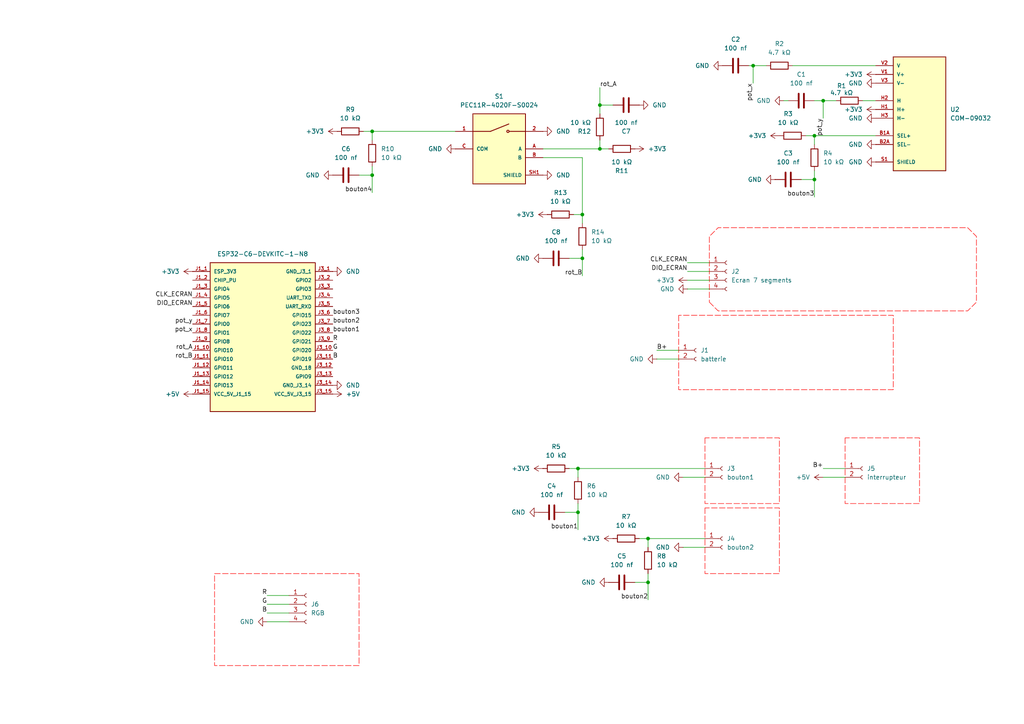
<source format=kicad_sch>
(kicad_sch (version 20250114) (generator "eeschema") (generator_version "9.0")
  (paper "A4")
  (lib_symbols
    (symbol "COM-09032:COM-09032" (pin_names (offset 1.016))
      (property "Reference" "U" (at -7.62 16.002 0))
      (property "Value" "COM-09032" (at -7.62 -20.32 0))
      (symbol "COM-09032_0_0"
        (rectangle (start -7.62 -17.78) (end 7.62 15.24) (stroke (width 0.254)) (fill (type background)))
        (pin passive line (at -12.7 12.7 0) (length 5.08) (name "V") (number "V2"))
        (pin passive line (at -12.7 10.16 0) (length 5.08) (name "V+") (number "V1"))
        (pin passive line (at -12.7 7.62 0) (length 5.08) (name "V-") (number "V3"))
        (pin passive line (at -12.7 2.54 0) (length 5.08) (name "H") (number "H2"))
        (pin passive line (at -12.7 0 0) (length 5.08) (name "H+") (number "H1"))
        (pin passive line (at -12.7 -2.54 0) (length 5.08) (name "H-") (number "H3"))
        (pin passive line (at -12.7 -7.62 0) (length 5.08) (name "SEL+") (number "B1A"))
        (pin passive line (at -12.7 -10.16 0) (length 5.08) (name "SEL-") (number "B2A"))
        (pin passive line (at -12.7 -15.24 0) (length 5.08) (name "SHIELD") (number "S1"))
        (pin passive line (at -12.7 -15.24 0) (length 5.08) (hide yes) (name "SHIELD") (number "S2"))
        (pin passive line (at -12.7 -15.24 0) (length 5.08) (hide yes) (name "SHIELD") (number "S3"))
        (pin passive line (at -12.7 -15.24 0) (length 5.08) (hide yes) (name "SHIELD") (number "S4"))
      )
    )
    (symbol "Connector:Conn_01x02_Socket" (pin_names (offset 1.016) (hide yes))
      (property "Reference" "J" (at 0 2.54 0))
      (property "Value" "Conn_01x02_Socket" (at 0 -5.08 0))
      (symbol "Conn_01x02_Socket_1_1"
        (polyline (pts (xy -1.27 0) (xy -0.508 0)) (stroke (width 0.1524)))
        (polyline (pts (xy -1.27 -2.54) (xy -0.508 -2.54)) (stroke (width 0.1524)))
        (arc (start 0 -0.508) (mid -0.5058 0) (end 0 0.508) (stroke (width 0.1524)))
        (arc (start 0 -3.048) (mid -0.5058 -2.54) (end 0 -2.032) (stroke (width 0.1524)))
        (pin passive line (at -5.08 0 0) (length 3.81) (name "Pin_1") (number "1"))
        (pin passive line (at -5.08 -2.54 0) (length 3.81) (name "Pin_2") (number "2"))
      )
    )
    (symbol "Connector:Conn_01x04_Socket" (pin_names (offset 1.016) (hide yes))
      (property "Reference" "J" (at 0 5.08 0))
      (property "Value" "Conn_01x04_Socket" (at 0 -7.62 0))
      (symbol "Conn_01x04_Socket_1_1"
        (polyline (pts (xy -1.27 2.54) (xy -0.508 2.54)) (stroke (width 0.1524)))
        (polyline (pts (xy -1.27 0) (xy -0.508 0)) (stroke (width 0.1524)))
        (polyline (pts (xy -1.27 -2.54) (xy -0.508 -2.54)) (stroke (width 0.1524)))
        (polyline (pts (xy -1.27 -5.08) (xy -0.508 -5.08)) (stroke (width 0.1524)))
        (arc (start 0 2.032) (mid -0.5058 2.54) (end 0 3.048) (stroke (width 0.1524)))
        (arc (start 0 -0.508) (mid -0.5058 0) (end 0 0.508) (stroke (width 0.1524)))
        (arc (start 0 -3.048) (mid -0.5058 -2.54) (end 0 -2.032) (stroke (width 0.1524)))
        (arc (start 0 -5.588) (mid -0.5058 -5.08) (end 0 -4.572) (stroke (width 0.1524)))
        (pin passive line (at -5.08 2.54 0) (length 3.81) (name "Pin_1") (number "1"))
        (pin passive line (at -5.08 0 0) (length 3.81) (name "Pin_2") (number "2"))
        (pin passive line (at -5.08 -2.54 0) (length 3.81) (name "Pin_3") (number "3"))
        (pin passive line (at -5.08 -5.08 0) (length 3.81) (name "Pin_4") (number "4"))
      )
    )
    (symbol "Device:C" (pin_numbers (hide yes)) (pin_names (offset 0.254))
      (property "Reference" "C" (at 0.635 2.54 0))
      (property "Value" "C" (at 0.635 -2.54 0))
      (symbol "C_0_1"
        (polyline (pts (xy -2.032 0.762) (xy 2.032 0.762)) (stroke (width 0.508)))
        (polyline (pts (xy -2.032 -0.762) (xy 2.032 -0.762)) (stroke (width 0.508)))
      )
      (symbol "C_1_1"
        (pin passive line (at 0 3.81 270) (length 2.794) (name "~") (number "1"))
        (pin passive line (at 0 -3.81 90) (length 2.794) (name "~") (number "2"))
      )
    )
    (symbol "Device:R" (pin_numbers (hide yes)) (pin_names (offset 0))
      (property "Reference" "R" (at 2.032 0 90))
      (property "Value" "R" (at 0 0 90))
      (symbol "R_0_1"
        (rectangle (start -1.016 -2.54) (end 1.016 2.54) (stroke (width 0.254)))
      )
      (symbol "R_1_1"
        (pin passive line (at 0 3.81 270) (length 1.27) (name "~") (number "1"))
        (pin passive line (at 0 -3.81 90) (length 1.27) (name "~") (number "2"))
      )
    )
    (symbol "ESP32-C6-DEVKITC-1-N8:ESP32-C6-DEVKITC-1-N8" (pin_names (offset 1.016))
      (property "Value" "ESP32-C6-DEVKITC-1-N8" (at -15.24 -22.86 0))
      (symbol "ESP32-C6-DEVKITC-1-N8_0_0"
        (pin power_in line (at -20.32 20.32 0) (length 5.08) (name "ESP_3V3") (number "J1_1"))
        (pin input line (at -20.32 17.78 0) (length 5.08) (name "CHIP_PU") (number "J1_2"))
        (pin bidirectional line (at -20.32 15.24 0) (length 5.08) (name "GPIO4") (number "J1_3"))
        (pin bidirectional line (at -20.32 12.7 0) (length 5.08) (name "GPIO5") (number "J1_4"))
        (pin bidirectional line (at -20.32 10.16 0) (length 5.08) (name "GPIO6") (number "J1_5"))
        (pin bidirectional line (at -20.32 7.62 0) (length 5.08) (name "GPIO7") (number "J1_6"))
        (pin bidirectional line (at -20.32 5.08 0) (length 5.08) (name "GPIO0") (number "J1_7"))
        (pin bidirectional line (at -20.32 0 0) (length 5.08) (name "GPIO8") (number "J1_9"))
        (pin power_in line (at 20.32 20.32 180) (length 5.08) (name "GND_J3_1") (number "J3_1"))
      )
      (symbol "ESP32-C6-DEVKITC-1-N8_1_0"
        (rectangle (start -15.24 22.86) (end 15.24 -20.32) (stroke (width 0.254)) (fill (type background)))
        (pin bidirectional line (at -20.32 2.54 0) (length 5.08) (name "GPIO1") (number "J1_8"))
        (pin bidirectional line (at -20.32 -2.54 0) (length 5.08) (name "GPIO10") (number "J1_10"))
        (pin bidirectional line (at -20.32 -5.08 0) (length 5.08) (name "GPIO10") (number "J1_11"))
        (pin bidirectional line (at -20.32 -7.62 0) (length 5.08) (name "GPIO11") (number "J1_12"))
        (pin bidirectional line (at -20.32 -10.16 0) (length 5.08) (name "GPIO12") (number "J1_13"))
        (pin bidirectional line (at -20.32 -12.7 0) (length 5.08) (name "GPIO13") (number "J1_14"))
        (pin power_in line (at -20.32 -15.24 0) (length 5.08) (name "VCC_5V_J1_15") (number "J1_15"))
        (pin bidirectional line (at 20.32 17.78 180) (length 5.08) (name "GPIO2") (number "J3_2"))
        (pin bidirectional line (at 20.32 15.24 180) (length 5.08) (name "GPIO3") (number "J3_3"))
        (pin bidirectional line (at 20.32 12.7 180) (length 5.08) (name "UART_TXD") (number "J3_4"))
        (pin bidirectional line (at 20.32 10.16 180) (length 5.08) (name "UART_RXD") (number "J3_5"))
        (pin bidirectional line (at 20.32 7.62 180) (length 5.08) (name "GPIO15") (number "J3_6"))
        (pin bidirectional line (at 20.32 5.08 180) (length 5.08) (name "GPIO23") (number "J3_7"))
        (pin bidirectional line (at 20.32 2.54 180) (length 5.08) (name "GPIO22") (number "J3_8"))
        (pin bidirectional line (at 20.32 0 180) (length 5.08) (name "GPIO21") (number "J3_9"))
        (pin bidirectional line (at 20.32 -2.54 180) (length 5.08) (name "GPIO20") (number "J3_10"))
        (pin bidirectional line (at 20.32 -5.08 180) (length 5.08) (name "GPIO19") (number "J3_11"))
        (pin bidirectional line (at 20.32 -7.62 180) (length 5.08) (name "GND_18") (number "J3_12"))
        (pin bidirectional line (at 20.32 -10.16 180) (length 5.08) (name "GPIO9") (number "J3_13"))
        (pin power_in line (at 20.32 -12.7 180) (length 5.08) (name "GND_J3_14") (number "J3_14"))
        (pin power_in line (at 20.32 -15.24 180) (length 5.08) (name "VCC_5V_J3_15") (number "J3_15"))
      )
    )
    (symbol "PEC11R-4020F-S0024:PEC11R-4020F-S0024" (pin_names (offset 1.016))
      (property "Reference" "S" (at -7.62 10.922 0))
      (property "Value" "PEC11R-4020F-S0024" (at -7.62 -12.7 0))
      (symbol "PEC11R-4020F-S0024_0_0"
        (rectangle (start -7.62 -10.16) (end 7.62 10.16) (stroke (width 0.254)) (fill (type background)))
        (polyline (pts (xy -2.54 5.08) (xy -7.62 5.08)) (stroke (width 0.254)))
        (polyline (pts (xy -2.54 5.08) (xy 2.794 7.2136)) (stroke (width 0.254)))
        (circle (center 2.54 5.08) (radius 0.3302) (stroke (width 0.254)))
        (polyline (pts (xy 7.62 5.08) (xy 2.921 5.08)) (stroke (width 0.254)))
        (pin passive line (at -12.7 5.08 0) (length 5.08) (name "~") (number "1"))
        (pin passive line (at -12.7 0 0) (length 5.08) (name "COM") (number "C"))
        (pin passive line (at 12.7 5.08 180) (length 5.08) (name "~") (number "2"))
        (pin passive line (at 12.7 0 180) (length 5.08) (name "A") (number "A"))
        (pin passive line (at 12.7 -2.54 180) (length 5.08) (name "B") (number "B"))
        (pin passive line (at 12.7 -7.62 180) (length 5.08) (name "SHIELD") (number "SH1"))
        (pin passive line (at 12.7 -7.62 180) (length 5.08) (hide yes) (name "SHIELD") (number "SH2"))
      )
    )
    (symbol "power:+3V3" (power) (pin_numbers (hide yes)) (pin_names (offset 0) (hide yes))
      (property "Value" "+3V3" (at 0 3.556 0))
      (symbol "+3V3_0_1"
        (polyline (pts (xy -0.762 1.27) (xy 0 2.54)))
        (polyline (pts (xy 0 2.54) (xy 0.762 1.27)))
        (polyline (pts (xy 0 0) (xy 0 2.54)))
      )
      (symbol "+3V3_1_1"
        (pin power_in line (at 0 0 90) (length 0) (name "~") (number "1"))
      )
    )
    (symbol "power:+5V" (power) (pin_numbers (hide yes)) (pin_names (offset 0) (hide yes))
      (property "Value" "+5V" (at 0 3.556 0))
      (symbol "+5V_0_1"
        (polyline (pts (xy -0.762 1.27) (xy 0 2.54)))
        (polyline (pts (xy 0 2.54) (xy 0.762 1.27)))
        (polyline (pts (xy 0 0) (xy 0 2.54)))
      )
      (symbol "+5V_1_1"
        (pin power_in line (at 0 0 90) (length 0) (name "~") (number "1"))
      )
    )
    (symbol "power:GND" (power) (pin_numbers (hide yes)) (pin_names (offset 0) (hide yes))
      (property "Value" "GND" (at 0 -3.81 0))
      (symbol "GND_0_1"
        (polyline (pts (xy 0 0) (xy 0 -1.27) (xy 1.27 -1.27) (xy 0 -2.54) (xy -1.27 -1.27) (xy 0 -1.27)))
      )
      (symbol "GND_1_1"
        (pin power_in line (at 0 0 270) (length 0) (name "~") (number "1"))
      )
    )
  )
  (junction (at 236.22 52.07))
  (junction (at 218.44 19.05))
  (junction (at 168.91 62.23))
  (junction (at 238.76 29.21))
  (junction (at 107.95 50.8))
  (junction (at 173.99 30.48))
  (junction (at 167.64 148.59))
  (junction (at 107.95 38.1))
  (junction (at 236.22 39.37))
  (junction (at 168.91 74.93))
  (junction (at 187.96 156.21))
  (junction (at 167.64 135.89))
  (junction (at 187.96 168.91))
  (junction (at 173.99 43.18))
  (wire (pts (xy 173.99 40.64) (xy 173.99 43.18)))
  (wire (pts (xy 167.64 135.89) (xy 165.1 135.89)))
  (wire (pts (xy 199.39 78.74) (xy 205.74 78.74)))
  (wire (pts (xy 229.87 19.05) (xy 254 19.05)))
  (wire (pts (xy 184.15 168.91) (xy 187.96 168.91)))
  (wire (pts (xy 236.22 39.37) (xy 254 39.37)))
  (wire (pts (xy 198.12 138.43) (xy 204.47 138.43)))
  (wire (pts (xy 238.76 138.43) (xy 245.11 138.43)))
  (wire (pts (xy 218.44 19.05) (xy 222.25 19.05)))
  (wire (pts (xy 238.76 34.29) (xy 238.76 29.21)))
  (wire (pts (xy 190.5 104.14) (xy 196.85 104.14)))
  (wire (pts (xy 168.91 62.23) (xy 166.37 62.23)))
  (wire (pts (xy 168.91 45.72) (xy 168.91 62.23)))
  (wire (pts (xy 157.48 45.72) (xy 168.91 45.72)))
  (wire (pts (xy 168.91 74.93) (xy 168.91 72.39)))
  (wire (pts (xy 236.22 39.37) (xy 233.68 39.37)))
  (wire (pts (xy 187.96 158.75) (xy 187.96 156.21)))
  (wire (pts (xy 187.96 156.21) (xy 185.42 156.21)))
  (wire (pts (xy 250.19 29.21) (xy 254 29.21)))
  (wire (pts (xy 107.95 50.8) (xy 107.95 48.26)))
  (wire (pts (xy 104.14 50.8) (xy 107.95 50.8)))
  (wire (pts (xy 77.47 172.72) (xy 83.82 172.72)))
  (wire (pts (xy 238.76 29.21) (xy 242.57 29.21)))
  (wire (pts (xy 173.99 30.48) (xy 173.99 25.4)))
  (wire (pts (xy 238.76 135.89) (xy 245.11 135.89)))
  (wire (pts (xy 232.41 52.07) (xy 236.22 52.07)))
  (wire (pts (xy 187.96 168.91) (xy 187.96 166.37)))
  (wire (pts (xy 163.83 148.59) (xy 167.64 148.59)))
  (wire (pts (xy 157.48 43.18) (xy 173.99 43.18)))
  (wire (pts (xy 187.96 168.91) (xy 187.96 173.99)))
  (wire (pts (xy 199.39 83.82) (xy 205.74 83.82)))
  (wire (pts (xy 236.22 52.07) (xy 236.22 49.53)))
  (wire (pts (xy 199.39 81.28) (xy 205.74 81.28)))
  (wire (pts (xy 77.47 180.34) (xy 83.82 180.34)))
  (wire (pts (xy 190.5 101.6) (xy 196.85 101.6)))
  (wire (pts (xy 187.96 156.21) (xy 204.47 156.21)))
  (wire (pts (xy 77.47 175.26) (xy 83.82 175.26)))
  (wire (pts (xy 236.22 41.91) (xy 236.22 39.37)))
  (wire (pts (xy 168.91 74.93) (xy 168.91 80.01)))
  (wire (pts (xy 173.99 43.18) (xy 176.53 43.18)))
  (wire (pts (xy 217.17 19.05) (xy 218.44 19.05)))
  (wire (pts (xy 107.95 38.1) (xy 132.08 38.1)))
  (wire (pts (xy 218.44 24.13) (xy 218.44 19.05)))
  (wire (pts (xy 107.95 40.64) (xy 107.95 38.1)))
  (wire (pts (xy 177.8 30.48) (xy 173.99 30.48)))
  (wire (pts (xy 168.91 64.77) (xy 168.91 62.23)))
  (wire (pts (xy 167.64 138.43) (xy 167.64 135.89)))
  (wire (pts (xy 107.95 38.1) (xy 105.41 38.1)))
  (wire (pts (xy 77.47 177.8) (xy 83.82 177.8)))
  (wire (pts (xy 198.12 158.75) (xy 204.47 158.75)))
  (wire (pts (xy 236.22 29.21) (xy 238.76 29.21)))
  (wire (pts (xy 199.39 76.2) (xy 205.74 76.2)))
  (wire (pts (xy 228.6 29.21) (xy 227.33 29.21)))
  (wire (pts (xy 167.64 135.89) (xy 204.47 135.89)))
  (wire (pts (xy 167.64 148.59) (xy 167.64 146.05)))
  (wire (pts (xy 173.99 30.48) (xy 173.99 33.02)))
  (wire (pts (xy 167.64 148.59) (xy 167.64 153.67)))
  (wire (pts (xy 236.22 52.07) (xy 236.22 57.15)))
  (wire (pts (xy 107.95 50.8) (xy 107.95 55.88)))
  (wire (pts (xy 165.1 74.93) (xy 168.91 74.93)))
  (label "bouton4" (at 107.95 55.88 180))
  (label "pot_y" (at 238.76 34.29 270))
  (label "pot_y" (at 55.88 93.98 180))
  (label "rot_A" (at 173.99 25.4 0))
  (label "rot_A" (at 55.88 101.6 180))
  (label "pot_x" (at 218.44 24.13 270))
  (label "R" (at 77.47 172.72 180))
  (label "DIO_ECRAN" (at 55.88 88.9 180))
  (label "CLK_ECRAN" (at 55.88 86.36 180))
  (label "rot_B" (at 168.91 80.01 180))
  (label "pot_x" (at 55.88 96.52 180))
  (label "G" (at 96.52 101.6 0))
  (label "B+" (at 190.5 101.6 0))
  (label "B" (at 96.52 104.14 0))
  (label "B+" (at 238.76 135.89 180))
  (label "DIO_ECRAN" (at 199.39 78.74 180))
  (label "rot_B" (at 55.88 104.14 180))
  (label "R" (at 96.52 99.06 0))
  (label "bouton2" (at 187.96 173.99 180))
  (label "bouton2" (at 96.52 93.98 0))
  (label "bouton1" (at 167.64 153.67 180))
  (label "bouton1" (at 96.52 96.52 0))
  (label "CLK_ECRAN" (at 199.39 76.2 180))
  (label "G" (at 77.47 175.26 180))
  (label "bouton3" (at 96.52 91.44 0))
  (label "B" (at 77.47 177.8 180))
  (label "bouton3" (at 236.22 57.15 180))
  (rule_area (polyline (pts (xy 205.74 87.63) (xy 208.28 90.17) (xy 280.67 90.17) (xy 283.21 87.63) (xy 283.21 68.58) (xy 280.67 66.04) (xy 208.28 66.04) (xy 205.74 68.58)) (stroke (width 0) (type dash))))
  (rule_area (polyline (pts (xy 204.47 147.32) (xy 204.47 166.37) (xy 226.06 166.37) (xy 226.06 147.32)) (stroke (width 0) (type dash))))
  (rule_area (polyline (pts (xy 204.47 127) (xy 204.47 146.05) (xy 226.06 146.05) (xy 226.06 127)) (stroke (width 0) (type dash))))
  (rule_area (polyline (pts (xy 196.85 91.44) (xy 196.85 113.03) (xy 259.08 113.03) (xy 259.08 91.44)) (stroke (width 0) (type dash))))
  (rule_area (polyline (pts (xy 62.23 166.37) (xy 104.14 166.37) (xy 104.14 193.04) (xy 62.23 193.04)) (stroke (width 0) (type dash))))
  (rule_area (polyline (pts (xy 245.11 127) (xy 245.11 146.05) (xy 266.7 146.05) (xy 266.7 127)) (stroke (width 0) (type dash))))
  (symbol (lib_id "Device:R") (at 161.29 135.89 270) (unit 1)
    (property "Reference" "R5" (at 161.29 129.54 90))
    (property "Value" "10 kΩ" (at 161.29 132.08 90))
    (property "Footprint" "Resistor_THT:R_Axial_DIN0207_L6.3mm_D2.5mm_P10.16mm_Horizontal" (effects (hide yes)))
    (property "Description" "Resistor" (effects (hide yes)))
  )
  (symbol (lib_id "Device:C") (at 180.34 168.91 90) (unit 1)
    (property "Reference" "C5" (at 180.34 161.29 90))
    (property "Value" "100 nf" (at 180.34 163.83 90))
    (property "Footprint" "Capacitor_THT:C_Radial_D4.0mm_H7.0mm_P1.50mm" (effects (hide yes)))
    (property "Description" "Unpolarized capacitor" (effects (hide yes)))
  )
  (symbol (lib_id "power:GND") (at 96.52 111.76 90) (unit 1)
    (property "Reference" "#PWR010" (effects (hide yes)))
    (property "Value" "GND" (at 100.33 111.7599 90) (effects (justify right)))
    (property "Description" "Power symbol creates a global label with name \"GND\" , ground" (effects (hide yes)))
  )
  (symbol (lib_id "power:GND") (at 209.55 19.05 270) (unit 1)
    (property "Reference" "#PWR020" (effects (hide yes)))
    (property "Value" "GND" (at 205.74 19.0499 90) (effects (justify right)))
    (property "Description" "Power symbol creates a global label with name \"GND\" , ground" (effects (hide yes)))
  )
  (symbol (lib_id "Device:C") (at 228.6 52.07 90) (unit 1)
    (property "Reference" "C3" (at 228.6 44.45 90))
    (property "Value" "100 nf" (at 228.6 46.99 90))
    (property "Footprint" "Capacitor_THT:C_Radial_D4.0mm_H7.0mm_P1.50mm" (effects (hide yes)))
    (property "Description" "Unpolarized capacitor" (effects (hide yes)))
  )
  (symbol (lib_id "power:+3V3") (at 157.48 135.89 90) (unit 1)
    (property "Reference" "#PWR022" (effects (hide yes)))
    (property "Value" "+3V3" (at 153.67 135.8899 90) (effects (justify left)))
    (property "Description" "Power symbol creates a global label with name \"+3V3\"" (effects (hide yes)))
  )
  (symbol (lib_id "power:GND") (at 132.08 43.18 270) (unit 1)
    (property "Reference" "#PWR030" (effects (hide yes)))
    (property "Value" "GND" (at 128.27 43.1799 90) (effects (justify right)))
    (property "Description" "Power symbol creates a global label with name \"GND\" , ground" (effects (hide yes)))
  )
  (symbol (lib_id "power:GND") (at 157.48 74.93 270) (unit 1)
    (property "Reference" "#PWR033" (effects (hide yes)))
    (property "Value" "GND" (at 153.67 74.9299 90) (effects (justify right)))
    (property "Description" "Power symbol creates a global label with name \"GND\" , ground" (effects (hide yes)))
  )
  (symbol (lib_id "Device:R") (at 181.61 156.21 270) (unit 1)
    (property "Reference" "R7" (at 181.61 149.86 90))
    (property "Value" "10 kΩ" (at 181.61 152.4 90))
    (property "Footprint" "Resistor_THT:R_Axial_DIN0207_L6.3mm_D2.5mm_P10.16mm_Horizontal" (effects (hide yes)))
    (property "Description" "Resistor" (effects (hide yes)))
  )
  (symbol (lib_id "power:GND") (at 254 34.29 270) (unit 1)
    (property "Reference" "#PWR013" (effects (hide yes)))
    (property "Value" "GND" (at 250.19 34.2899 90) (effects (justify right)))
    (property "Description" "Power symbol creates a global label with name \"GND\" , ground" (effects (hide yes)))
  )
  (symbol (lib_id "power:GND") (at 198.12 158.75 270) (unit 1)
    (property "Reference" "#PWR011" (effects (hide yes)))
    (property "Value" "GND" (at 194.31 158.7499 90) (effects (justify right)))
    (property "Description" "Power symbol creates a global label with name \"GND\" , ground" (effects (hide yes)))
  )
  (symbol (lib_id "power:+5V") (at 238.76 138.43 90) (unit 1)
    (property "Reference" "#PWR03" (effects (hide yes)))
    (property "Value" "+5V" (at 234.95 138.4299 90) (effects (justify left)))
    (property "Description" "Power symbol creates a global label with name \"+5V\"" (effects (hide yes)))
  )
  (symbol (lib_id "power:+5V") (at 96.52 114.3 270) (unit 1)
    (property "Reference" "#PWR09" (effects (hide yes)))
    (property "Value" "+5V" (at 100.33 114.2999 90) (effects (justify left)))
    (property "Description" "Power symbol creates a global label with name \"+5V\"" (effects (hide yes)))
  )
  (symbol (lib_id "power:GND") (at 190.5 104.14 270) (unit 1)
    (property "Reference" "#PWR04" (effects (hide yes)))
    (property "Value" "GND" (at 186.69 104.1399 90) (effects (justify right)))
    (property "Description" "Power symbol creates a global label with name \"GND\" , ground" (effects (hide yes)))
  )
  (symbol (lib_id "Device:R") (at 162.56 62.23 270) (unit 1)
    (property "Reference" "R13" (at 162.56 55.88 90))
    (property "Value" "10 kΩ" (at 162.56 58.42 90))
    (property "Footprint" "Resistor_THT:R_Axial_DIN0207_L6.3mm_D2.5mm_P10.16mm_Horizontal" (effects (hide yes)))
    (property "Description" "Resistor" (effects (hide yes)))
  )
  (symbol (lib_id "power:GND") (at 254 24.13 270) (unit 1)
    (property "Reference" "#PWR012" (effects (hide yes)))
    (property "Value" "GND" (at 250.19 24.1299 90) (effects (justify right)))
    (property "Description" "Power symbol creates a global label with name \"GND\" , ground" (effects (hide yes)))
  )
  (symbol (lib_id "power:GND") (at 185.42 30.48 90) (unit 1)
    (property "Reference" "#PWR031" (effects (hide yes)))
    (property "Value" "GND" (at 189.23 30.4801 90) (effects (justify right)))
    (property "Description" "Power symbol creates a global label with name \"GND\" , ground" (effects (hide yes)))
  )
  (symbol (lib_id "power:GND") (at 199.39 83.82 270) (unit 1)
    (property "Reference" "#PWR01" (effects (hide yes)))
    (property "Value" "GND" (at 195.58 83.8199 90) (effects (justify right)))
    (property "Description" "Power symbol creates a global label with name \"GND\" , ground" (effects (hide yes)))
  )
  (symbol (lib_id "power:GND") (at 156.21 148.59 270) (unit 1)
    (property "Reference" "#PWR025" (effects (hide yes)))
    (property "Value" "GND" (at 152.4 148.5899 90) (effects (justify right)))
    (property "Description" "Power symbol creates a global label with name \"GND\" , ground" (effects (hide yes)))
  )
  (symbol (lib_id "power:GND") (at 254 41.91 270) (unit 1)
    (property "Reference" "#PWR014" (effects (hide yes)))
    (property "Value" "GND" (at 250.19 41.9099 90) (effects (justify right)))
    (property "Description" "Power symbol creates a global label with name \"GND\" , ground" (effects (hide yes)))
  )
  (symbol (lib_id "PEC11R-4020F-S0024:PEC11R-4020F-S0024") (at 144.78 43.18 0) (unit 1)
    (property "Reference" "S1" (at 144.78 27.94 0))
    (property "Value" "PEC11R-4020F-S0024" (at 144.78 30.48 0))
    (property "Footprint" "PEC11R-4020F-S0024:XDCR_PEC11R-4020F-S0024" (effects (hide yes)))
    (property "MF" "Bourns" (effects (hide yes)))
    (property "Description_1" "Encoder,Rotary,Zero Detents,20 mm Shaft,Switch | Bourns PEC11R-4020F-S0024" (effects (hide yes)))
    (property "CREATOR" "ASHISH" (effects (hide yes)))
    (property "Price" "None" (effects (hide yes)))
    (property "Package" "None" (effects (hide yes)))
    (property "Check_prices" "https://www.snapeda.com/parts/PEC11R-4020F-S0024/Bourns/view-part/?ref=eda" (effects (hide yes)))
    (property "STANDARD" "Manufacturer Recommendations" (effects (hide yes)))
    (property "PARTREV" "11/23" (effects (hide yes)))
    (property "VERIFIER" "KARTHIK" (effects (hide yes)))
    (property "SnapEDA_Link" "https://www.snapeda.com/parts/PEC11R-4020F-S0024/Bourns/view-part/?ref=snap" (effects (hide yes)))
    (property "MP" "PEC11R-4020F-S0024" (effects (hide yes)))
    (property "Availability" "In Stock" (effects (hide yes)))
    (property "MANUFACTURER" "Bourns" (effects (hide yes)))
  )
  (symbol (lib_id "power:+3V3") (at 226.06 39.37 90) (unit 1)
    (property "Reference" "#PWR021" (effects (hide yes)))
    (property "Value" "+3V3" (at 222.25 39.3699 90) (effects (justify left)))
    (property "Description" "Power symbol creates a global label with name \"+3V3\"" (effects (hide yes)))
  )
  (symbol (lib_id "Device:R") (at 246.38 29.21 270) (unit 1)
    (property "Reference" "R1" (at 244.094 24.892 90))
    (property "Value" "4.7 kΩ" (at 244.094 26.924 90))
    (property "Footprint" "Resistor_THT:R_Axial_DIN0207_L6.3mm_D2.5mm_P10.16mm_Horizontal" (effects (hide yes)))
    (property "Description" "Resistor" (effects (hide yes)))
  )
  (symbol (lib_id "power:GND") (at 198.12 138.43 270) (unit 1)
    (property "Reference" "#PWR06" (effects (hide yes)))
    (property "Value" "GND" (at 194.31 138.4299 90) (effects (justify right)))
    (property "Description" "Power symbol creates a global label with name \"GND\" , ground" (effects (hide yes)))
  )
  (symbol (lib_id "power:GND") (at 157.48 50.8 90) (unit 1)
    (property "Reference" "#PWR035" (effects (hide yes)))
    (property "Value" "GND" (at 161.29 50.7999 90) (effects (justify right)))
    (property "Description" "Power symbol creates a global label with name \"GND\" , ground" (effects (hide yes)))
  )
  (symbol (lib_id "power:GND") (at 96.52 50.8 270) (unit 1)
    (property "Reference" "#PWR028" (effects (hide yes)))
    (property "Value" "GND" (at 92.71 50.7999 90) (effects (justify right)))
    (property "Description" "Power symbol creates a global label with name \"GND\" , ground" (effects (hide yes)))
  )
  (symbol (lib_id "Device:R") (at 167.64 142.24 0) (unit 1)
    (property "Reference" "R6" (at 170.18 140.9699 0) (effects (justify left)))
    (property "Value" "10 kΩ" (at 170.18 143.5099 0) (effects (justify left)))
    (property "Footprint" "Resistor_THT:R_Axial_DIN0207_L6.3mm_D2.5mm_P10.16mm_Horizontal" (effects (hide yes)))
    (property "Description" "Resistor" (effects (hide yes)))
  )
  (symbol (lib_id "Device:C") (at 213.36 19.05 90) (unit 1)
    (property "Reference" "C2" (at 213.36 11.43 90))
    (property "Value" "100 nf" (at 213.36 13.97 90))
    (property "Footprint" "Capacitor_THT:C_Radial_D4.0mm_H7.0mm_P1.50mm" (effects (hide yes)))
    (property "Description" "Unpolarized capacitor" (effects (hide yes)))
  )
  (symbol (lib_id "Device:R") (at 226.06 19.05 270) (unit 1)
    (property "Reference" "R2" (at 226.06 12.7 90))
    (property "Value" "4.7 kΩ" (at 226.06 15.24 90))
    (property "Footprint" "Resistor_THT:R_Axial_DIN0207_L6.3mm_D2.5mm_P10.16mm_Horizontal" (effects (hide yes)))
    (property "Description" "Resistor" (effects (hide yes)))
  )
  (symbol (lib_id "Device:R") (at 180.34 43.18 90) (unit 1)
    (property "Reference" "R11" (at 180.34 49.53 90))
    (property "Value" "10 kΩ" (at 180.34 46.99 90))
    (property "Footprint" "Resistor_THT:R_Axial_DIN0207_L6.3mm_D2.5mm_P10.16mm_Horizontal" (effects (hide yes)))
    (property "Description" "Resistor" (effects (hide yes)))
  )
  (symbol (lib_id "Device:C") (at 160.02 148.59 90) (unit 1)
    (property "Reference" "C4" (at 160.02 140.97 90))
    (property "Value" "100 nf" (at 160.02 143.51 90))
    (property "Footprint" "Capacitor_THT:C_Radial_D4.0mm_H7.0mm_P1.50mm" (effects (hide yes)))
    (property "Description" "Unpolarized capacitor" (effects (hide yes)))
  )
  (symbol (lib_id "power:GND") (at 77.47 180.34 270) (unit 1)
    (property "Reference" "#PWR019" (effects (hide yes)))
    (property "Value" "GND" (at 73.66 180.3399 90) (effects (justify right)))
    (property "Description" "Power symbol creates a global label with name \"GND\" , ground" (effects (hide yes)))
  )
  (symbol (lib_id "Device:R") (at 229.87 39.37 270) (unit 1)
    (property "Reference" "R3" (at 228.6 33.02 90))
    (property "Value" "10 kΩ" (at 228.6 35.56 90))
    (property "Footprint" "Resistor_THT:R_Axial_DIN0207_L6.3mm_D2.5mm_P10.16mm_Horizontal" (effects (hide yes)))
    (property "Description" "Resistor" (effects (hide yes)))
  )
  (symbol (lib_id "Device:C") (at 161.29 74.93 90) (unit 1)
    (property "Reference" "C8" (at 161.29 67.31 90))
    (property "Value" "100 nf" (at 161.29 69.85 90))
    (property "Footprint" "Capacitor_THT:C_Radial_D4.0mm_H7.0mm_P1.50mm" (effects (hide yes)))
    (property "Description" "Unpolarized capacitor" (effects (hide yes)))
  )
  (symbol (lib_id "Connector:Conn_01x02_Socket") (at 209.55 156.21 0) (unit 1)
    (property "Reference" "J4" (at 210.82 156.2099 0) (effects (justify left)))
    (property "Value" "bouton2" (at 210.82 158.7499 0) (effects (justify left)))
    (property "Footprint" "Connector_JST:JST_XH_B2B-XH-A_1x02_P2.50mm_Vertical" (effects (hide yes)))
    (property "Description" "Generic connector, single row, 01x02, script generated" (effects (hide yes)))
  )
  (symbol (lib_id "power:+5V") (at 55.88 114.3 90) (unit 1)
    (property "Reference" "#PWR08" (effects (hide yes)))
    (property "Value" "+5V" (at 52.07 114.2999 90) (effects (justify left)))
    (property "Description" "Power symbol creates a global label with name \"+5V\"" (effects (hide yes)))
  )
  (symbol (lib_id "Device:C") (at 100.33 50.8 90) (unit 1)
    (property "Reference" "C6" (at 100.33 43.18 90))
    (property "Value" "100 nf" (at 100.33 45.72 90))
    (property "Footprint" "Capacitor_THT:C_Radial_D4.0mm_H7.0mm_P1.50mm" (effects (hide yes)))
    (property "Description" "Unpolarized capacitor" (effects (hide yes)))
  )
  (symbol (lib_id "power:+5V") (at 199.39 81.28 90) (unit 1)
    (property "Reference" "#PWR02" (effects (hide yes)))
    (property "Value" "+3V3" (at 195.58 81.2799 90) (effects (justify left)))
    (property "Description" "Power symbol creates a global label with name \"+5V\"" (effects (hide yes)))
  )
  (symbol (lib_id "Device:R") (at 101.6 38.1 270) (unit 1)
    (property "Reference" "R9" (at 101.6 31.75 90))
    (property "Value" "10 kΩ" (at 101.6 34.29 90))
    (property "Footprint" "Resistor_THT:R_Axial_DIN0207_L6.3mm_D2.5mm_P10.16mm_Horizontal" (effects (hide yes)))
    (property "Description" "Resistor" (effects (hide yes)))
  )
  (symbol (lib_id "Connector:Conn_01x02_Socket") (at 250.19 135.89 0) (unit 1)
    (property "Reference" "J5" (at 251.46 135.8899 0) (effects (justify left)))
    (property "Value" "interrupteur" (at 251.46 138.4299 0) (effects (justify left)))
    (property "Footprint" "Connector_JST:JST_XH_B2B-XH-A_1x02_P2.50mm_Vertical" (effects (hide yes)))
    (property "Description" "Generic connector, single row, 01x02, script generated" (effects (hide yes)))
  )
  (symbol (lib_id "ESP32-C6-DEVKITC-1-N8:ESP32-C6-DEVKITC-1-N8") (at 76.2 99.06 0) (unit 1)
    (property "Reference" "U1" (effects (hide yes)))
    (property "Value" "ESP32-C6-DEVKITC-1-N8" (at 76.2 73.66 0))
    (property "Footprint" "ESP32-C6-DEVKITC-1-N8:MODULE_ESP32-C6-DEVKITC-1-N8" (effects (hide yes)))
    (property "MF" "Espressif Systems" (effects (hide yes)))
    (property "Description_1" "The ESP32-C6-DEVKITC-1-N8 from Espressif Systems is a development board designed for RF, RFID, and wireless applications. Built around the ESP32-C6-WROOM-1 module, it supports multiple connectivity options including 802.11 b/g/n/ax Wi-Fi, Bluetooth® (BLE), and 802.15.4 for Thread and Zigbee® protocols. The board is powered by the ESP32-C6 chip with 8MB SPI flash, offering advanced processing power and efficient memory management. It features GPIO ports for extensive interfacing, along with a USB Type-C™ to UART port for power and communication. The board also includes a USB-to-UART bridge, pin header, and boot/reset buttons, operating at 3.3V with a 5V to 3.3V power regulator. This development board is ideal for exploring a wide range of wireless applications, including IoT, smart home devices, and RF communication projects." (effects (hide yes)))
    (property "Package" "None" (effects (hide yes)))
    (property "Price" "None" (effects (hide yes)))
    (property "Check_prices" "https://www.snapeda.com/parts/ESP32-C6-DEVKITC-1-N8/Espressif+Systems/view-part/?ref=eda" (effects (hide yes)))
    (property "STANDARD" "Manufacturer Recommendations" (effects (hide yes)))
    (property "PARTREV" "1.3" (effects (hide yes)))
    (property "SnapEDA_Link" "https://www.snapeda.com/parts/ESP32-C6-DEVKITC-1-N8/Espressif+Systems/view-part/?ref=snap" (effects (hide yes)))
    (property "MP" "ESP32-C6-DEVKITC-1-N8" (effects (hide yes)))
    (property "Availability" "In Stock" (effects (hide yes)))
    (property "MANUFACTURER" "Espressif Systems" (effects (hide yes)))
  )
  (symbol (lib_id "Device:R") (at 187.96 162.56 0) (unit 1)
    (property "Reference" "R8" (at 190.5 161.2899 0) (effects (justify left)))
    (property "Value" "10 kΩ" (at 190.5 163.8299 0) (effects (justify left)))
    (property "Footprint" "Resistor_THT:R_Axial_DIN0207_L6.3mm_D2.5mm_P10.16mm_Horizontal" (effects (hide yes)))
    (property "Description" "Resistor" (effects (hide yes)))
  )
  (symbol (lib_id "power:GND") (at 254 46.99 270) (unit 1)
    (property "Reference" "#PWR017" (effects (hide yes)))
    (property "Value" "GND" (at 250.19 46.9899 90) (effects (justify right)))
    (property "Description" "Power symbol creates a global label with name \"GND\" , ground" (effects (hide yes)))
  )
  (symbol (lib_id "power:+3V3") (at 254 31.75 90) (unit 1)
    (property "Reference" "#PWR015" (effects (hide yes)))
    (property "Value" "+3V3" (at 250.19 31.7499 90) (effects (justify left)))
    (property "Description" "Power symbol creates a global label with name \"+3V3\"" (effects (hide yes)))
  )
  (symbol (lib_id "Device:R") (at 107.95 44.45 0) (unit 1)
    (property "Reference" "R10" (at 110.49 43.1799 0) (effects (justify left)))
    (property "Value" "10 kΩ" (at 110.49 45.7199 0) (effects (justify left)))
    (property "Footprint" "Resistor_THT:R_Axial_DIN0207_L6.3mm_D2.5mm_P10.16mm_Horizontal" (effects (hide yes)))
    (property "Description" "Resistor" (effects (hide yes)))
  )
  (symbol (lib_id "power:+3V3") (at 97.79 38.1 90) (unit 1)
    (property "Reference" "#PWR029" (effects (hide yes)))
    (property "Value" "+3V3" (at 93.98 38.0999 90) (effects (justify left)))
    (property "Description" "Power symbol creates a global label with name \"+3V3\"" (effects (hide yes)))
  )
  (symbol (lib_id "Connector:Conn_01x04_Socket") (at 210.82 78.74 0) (unit 1)
    (property "Reference" "J2" (at 212.09 78.7399 0) (effects (justify left)))
    (property "Value" "Ecran 7 segments" (at 212.09 81.2799 0) (effects (justify left)))
    (property "Footprint" "Connector_PinSocket_2.54mm:PinSocket_1x04_P2.54mm_Vertical" (effects (hide yes)))
    (property "Description" "Generic connector, single row, 01x04, script generated" (effects (hide yes)))
  )
  (symbol (lib_id "power:GND") (at 227.33 29.21 270) (unit 1)
    (property "Reference" "#PWR018" (effects (hide yes)))
    (property "Value" "GND" (at 223.52 29.2099 90) (effects (justify right)))
    (property "Description" "Power symbol creates a global label with name \"GND\" , ground" (effects (hide yes)))
  )
  (symbol (lib_id "power:GND") (at 96.52 78.74 90) (unit 1)
    (property "Reference" "#PWR05" (effects (hide yes)))
    (property "Value" "GND" (at 100.33 78.7399 90) (effects (justify right)))
    (property "Description" "Power symbol creates a global label with name \"GND\" , ground" (effects (hide yes)))
  )
  (symbol (lib_id "Device:C") (at 232.41 29.21 90) (unit 1)
    (property "Reference" "C1" (at 232.41 21.59 90))
    (property "Value" "100 nf" (at 232.41 24.13 90))
    (property "Footprint" "Capacitor_THT:C_Radial_D4.0mm_H7.0mm_P1.50mm" (effects (hide yes)))
    (property "Description" "Unpolarized capacitor" (effects (hide yes)))
  )
  (symbol (lib_id "power:GND") (at 176.53 168.91 270) (unit 1)
    (property "Reference" "#PWR024" (effects (hide yes)))
    (property "Value" "GND" (at 172.72 168.9099 90) (effects (justify right)))
    (property "Description" "Power symbol creates a global label with name \"GND\" , ground" (effects (hide yes)))
  )
  (symbol (lib_id "Connector:Conn_01x04_Socket") (at 88.9 175.26 0) (unit 1)
    (property "Reference" "J6" (at 90.17 175.2599 0) (effects (justify left)))
    (property "Value" "RGB" (at 90.17 177.7999 0) (effects (justify left)))
    (property "Footprint" "Connector_PinSocket_2.54mm:PinSocket_1x04_P2.54mm_Vertical" (effects (hide yes)))
    (property "Description" "Generic connector, single row, 01x04, script generated" (effects (hide yes)))
  )
  (symbol (lib_id "power:+3V3") (at 254 21.59 90) (unit 1)
    (property "Reference" "#PWR016" (effects (hide yes)))
    (property "Value" "+3V3" (at 250.19 21.5899 90) (effects (justify left)))
    (property "Description" "Power symbol creates a global label with name \"+3V3\"" (effects (hide yes)))
  )
  (symbol (lib_id "power:GND") (at 157.48 38.1 90) (unit 1)
    (property "Reference" "#PWR027" (effects (hide yes)))
    (property "Value" "GND" (at 161.29 38.0999 90) (effects (justify right)))
    (property "Description" "Power symbol creates a global label with name \"GND\" , ground" (effects (hide yes)))
  )
  (symbol (lib_id "Connector:Conn_01x02_Socket") (at 209.55 135.89 0) (unit 1)
    (property "Reference" "J3" (at 210.82 135.8899 0) (effects (justify left)))
    (property "Value" "bouton1" (at 210.82 138.4299 0) (effects (justify left)))
    (property "Footprint" "Connector_JST:JST_XH_B2B-XH-A_1x02_P2.50mm_Vertical" (effects (hide yes)))
    (property "Description" "Generic connector, single row, 01x02, script generated" (effects (hide yes)))
  )
  (symbol (lib_id "power:+3V3") (at 158.75 62.23 90) (unit 1)
    (property "Reference" "#PWR034" (effects (hide yes)))
    (property "Value" "+3V3" (at 154.94 62.2299 90) (effects (justify left)))
    (property "Description" "Power symbol creates a global label with name \"+3V3\"" (effects (hide yes)))
  )
  (symbol (lib_id "power:+3V3") (at 177.8 156.21 90) (unit 1)
    (property "Reference" "#PWR023" (effects (hide yes)))
    (property "Value" "+3V3" (at 173.99 156.2099 90) (effects (justify left)))
    (property "Description" "Power symbol creates a global label with name \"+3V3\"" (effects (hide yes)))
  )
  (symbol (lib_id "Device:R") (at 173.99 36.83 180) (unit 1)
    (property "Reference" "R12" (at 171.45 38.1001 0) (effects (justify left)))
    (property "Value" "10 kΩ" (at 171.45 35.5601 0) (effects (justify left)))
    (property "Footprint" "Resistor_THT:R_Axial_DIN0207_L6.3mm_D2.5mm_P10.16mm_Horizontal" (effects (hide yes)))
    (property "Description" "Resistor" (effects (hide yes)))
  )
  (symbol (lib_id "Device:R") (at 168.91 68.58 0) (unit 1)
    (property "Reference" "R14" (at 171.45 67.3099 0) (effects (justify left)))
    (property "Value" "10 kΩ" (at 171.45 69.8499 0) (effects (justify left)))
    (property "Footprint" "Resistor_THT:R_Axial_DIN0207_L6.3mm_D2.5mm_P10.16mm_Horizontal" (effects (hide yes)))
    (property "Description" "Resistor" (effects (hide yes)))
  )
  (symbol (lib_id "COM-09032:COM-09032") (at 266.7 31.75 0) (unit 1)
    (property "Reference" "U2" (at 275.59 31.7499 0) (effects (justify left)))
    (property "Value" "COM-09032" (at 275.59 34.2899 0) (effects (justify left)))
    (property "Footprint" "COM-09032:XDCR_COM-09032" (effects (hide yes)))
    (property "MF" "SparkFun Electronics" (effects (hide yes)))
    (property "MAXIMUM_PACKAGE_HEIGHT" "30.1mm" (effects (hide yes)))
    (property "Package" "Package" (effects (hide yes)))
    (property "Price" "None" (effects (hide yes)))
    (property "Check_prices" "https://www.snapeda.com/parts/COM-09032/SparkFun/view-part/?ref=eda" (effects (hide yes)))
    (property "STANDARD" "Manufacturer Recommendations" (effects (hide yes)))
    (property "PARTREV" "N/A" (effects (hide yes)))
    (property "SnapEDA_Link" "https://www.snapeda.com/parts/COM-09032/SparkFun/view-part/?ref=snap" (effects (hide yes)))
    (property "MP" "COM-09032" (effects (hide yes)))
    (property "Purchase-URL" "https://www.snapeda.com/api/url_track_click_mouser/?unipart_id=888157&manufacturer=SparkFun Electronics&part_name=COM-09032&search_term=xdcr_com-09032" (effects (hide yes)))
    (property "Description_1" "Joystick, 2 - Axis Analog (Resistive) Output" (effects (hide yes)))
    (property "Availability" "In Stock" (effects (hide yes)))
    (property "MANUFACTURER" "SparkFun Electronics" (effects (hide yes)))
  )
  (symbol (lib_id "power:+3V3") (at 184.15 43.18 270) (unit 1)
    (property "Reference" "#PWR032" (effects (hide yes)))
    (property "Value" "+3V3" (at 187.96 43.1801 90) (effects (justify left)))
    (property "Description" "Power symbol creates a global label with name \"+3V3\"" (effects (hide yes)))
  )
  (symbol (lib_id "power:+3V3") (at 55.88 78.74 90) (unit 1)
    (property "Reference" "#PWR07" (effects (hide yes)))
    (property "Value" "+3V3" (at 52.07 78.7399 90) (effects (justify left)))
    (property "Description" "Power symbol creates a global label with name \"+3V3\"" (effects (hide yes)))
  )
  (symbol (lib_id "Device:R") (at 236.22 45.72 0) (unit 1)
    (property "Reference" "R4" (at 238.76 44.4499 0) (effects (justify left)))
    (property "Value" "10 kΩ" (at 238.76 46.9899 0) (effects (justify left)))
    (property "Footprint" "Resistor_THT:R_Axial_DIN0207_L6.3mm_D2.5mm_P10.16mm_Horizontal" (effects (hide yes)))
    (property "Description" "Resistor" (effects (hide yes)))
  )
  (symbol (lib_id "Device:C") (at 181.61 30.48 270) (unit 1)
    (property "Reference" "C7" (at 181.61 38.1 90))
    (property "Value" "100 nf" (at 181.61 35.56 90))
    (property "Footprint" "Capacitor_THT:C_Radial_D4.0mm_H7.0mm_P1.50mm" (effects (hide yes)))
    (property "Description" "Unpolarized capacitor" (effects (hide yes)))
  )
  (symbol (lib_id "power:GND") (at 224.79 52.07 270) (unit 1)
    (property "Reference" "#PWR026" (effects (hide yes)))
    (property "Value" "GND" (at 220.98 52.0699 90) (effects (justify right)))
    (property "Description" "Power symbol creates a global label with name \"GND\" , ground" (effects (hide yes)))
  )
  (symbol (lib_id "Connector:Conn_01x02_Socket") (at 201.93 101.6 0) (unit 1)
    (property "Reference" "J1" (at 203.2 101.5999 0) (effects (justify left)))
    (property "Value" "batterie" (at 203.2 104.1399 0) (effects (justify left)))
    (property "Footprint" "Connector_JST:JST_XH_B2B-XH-A_1x02_P2.50mm_Vertical" (effects (hide yes)))
    (property "Description" "Generic connector, single row, 01x02, script generated" (effects (hide yes)))
  )
)
</source>
